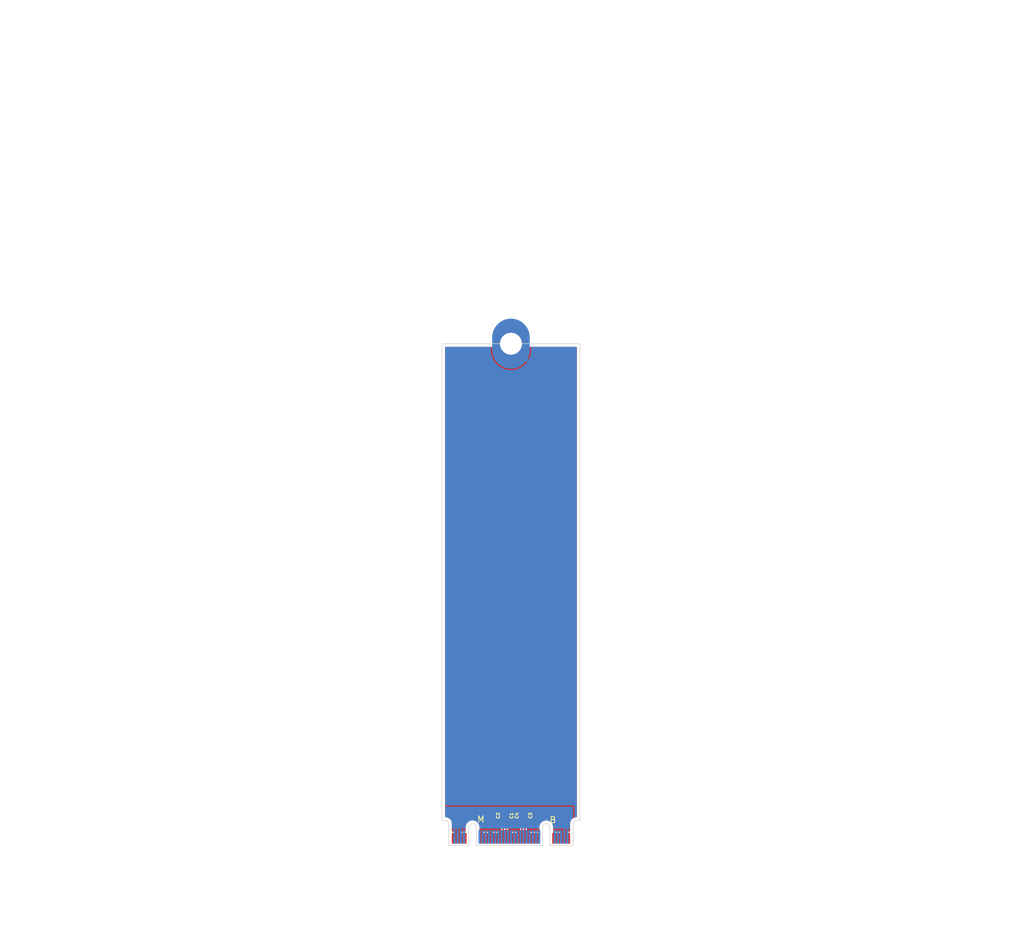
<source format=kicad_pcb>
(kicad_pcb (version 20241229) (generator "pcbnew") (generator_version "9.0")
  (layers (0 "F.Cu" signal) (2 "B.Cu" signal) (13 "F.Paste" user) (15 "B.Paste" user) (5 "F.SilkS" user "F.Silkscreen") (7 "B.SilkS" user "B.Silkscreen") (1 "F.Mask" user) (3 "B.Mask" user) (25 "Edge.Cuts" user))
  (net 0 "")
  (net 1 "/M.2 B+M Key/PET1P")
  (net 2 "/M.2 B+M Key/PET1N")
  (net 3 "/M.2 B+M Key/PET0P")
  (net 4 "/M.2 B+M Key/PET0N")
  (net 5 "/PET0+")
  (net 6 "GND")
  (net 7 "/PET0-")
  (net 8 "/PET1+")
  (net 9 "/CONFIG_3")
  (net 10 "+3.3V")
  (net 11 "/FULL_CARD_PWR_OFF#")
  (net 12 "/USB_D+")
  (net 13 "/W_DISABLE1#")
  (net 14 "/USB_D-")
  (net 15 "/GPIO_9{slash}LED#1")
  (net 16 "/GPIO_5")
  (net 17 "/CONFIG_0")
  (net 18 "/GPIO_6")
  (net 19 "/DPR")
  (net 20 "/GPIO_7")
  (net 21 "/GPIO_11")
  (net 22 "/GPIO_10")
  (net 23 "/GPIO_8")
  (net 24 "/UIM-RESET")
  (net 25 "/UIM-CLK")
  (net 26 "/UIM-DATA")
  (net 27 "/PER1-")
  (net 28 "/UIM-PWR")
  (net 29 "/PER1+")
  (net 30 "/DEVSLP")
  (net 31 "/GPIO_0")
  (net 32 "/GPIO_1")
  (net 33 "/GPIO_2")
  (net 34 "/GPIO_3")
  (net 35 "/PER0-")
  (net 36 "/GPIO_4")
  (net 37 "/PER0+")
  (net 38 "/PERST#")
  (net 39 "/CLKREQ#")
  (net 40 "/REFCLK-")
  (net 41 "/PEWAKE#")
  (net 42 "/REFCLK+")
  (net 45 "/RESET#")
  (net 46 "/SUSCLK")
  (net 47 "/CONFIG_1")
  (net 48 "/CONFIG_2")
  (net 49 "/PET1-")
  (footprint "Athena KiCAd library:M.2 Mounting Pad" (layer "F.Cu") (at 108.01 78.84)
    (property "Reference" "H1")
    (property "Value" "MountingHole_Pad")
    (pad "1" thru_hole circle (at 0 0) (size 5.5 5.5) (drill 3.5) (property pad_prop_castellated) (layers "*.Cu" "*.Mask") (net 6 "GND") (padstack (mode front_inner_back) (layer "Inner" (shape circle) (size 5.5 5.5)) (layer "B.Cu" (shape oval) (size 6 8))))
  )
  (footprint "Capacitor_SMD:C_0201_0603Metric" (layer "F.Cu") (at 109.66 154.07 90)
    (property "Reference" "C4" (at 0 -0.71 90) (layer "F.SilkS") (effects (font (size 0.5 0.5))))
    (property "Value" "220nF")
    (pad "1" smd roundrect (at -0.32 0 90) (size 0.46 0.4) (layers "F.Cu" "F.Mask") (net 1 "/M.2 B+M Key/PET1P"))
    (pad "2" smd roundrect (at 0.32 0 90) (size 0.46 0.4) (layers "F.Cu" "F.Mask") (net 8 "/PET1+"))
  )
  (footprint "Capacitor_SMD:C_0201_0603Metric" (layer "F.Cu") (at 107.36 154.07 90)
    (property "Reference" "C1" (at 0 0.73 90) (layer "F.SilkS") (effects (font (size 0.5 0.5))))
    (property "Value" "220nF")
    (pad "1" smd roundrect (at -0.32 0 90) (size 0.46 0.4) (layers "F.Cu" "F.Mask") (net 4 "/M.2 B+M Key/PET0N"))
    (pad "2" smd roundrect (at 0.32 0 90) (size 0.46 0.4) (layers "F.Cu" "F.Mask") (net 7 "/PET0-"))
  )
  (footprint "Capacitor_SMD:C_0201_0603Metric" (layer "F.Cu") (at 106.66 154.07 90)
    (property "Reference" "C2" (at 0 -0.7 90) (layer "F.SilkS") (effects (font (size 0.5 0.5))))
    (property "Value" "220nF")
    (pad "1" smd roundrect (at -0.32 0 90) (size 0.46 0.4) (layers "F.Cu" "F.Mask") (net 3 "/M.2 B+M Key/PET0P"))
    (pad "2" smd roundrect (at 0.32 0 90) (size 0.46 0.4) (layers "F.Cu" "F.Mask") (net 5 "/PET0+"))
  )
  (footprint "PCIexpress:M.2 B+M Key Connector" (layer "F.Cu") (at 108.01 157.73)
    (property "Reference" "J1")
    (property "Value" "~")
    (fp_line (start -11 -2.89) (end -10.425 -2.89) (stroke (width 0.1)) (layer "Edge.Cuts") (net 673789998))
    (fp_line (start -9.925 -2.39) (end -9.925 1.11) (stroke (width 0.1)) (layer "Edge.Cuts") (net 673789998))
    (fp_line (start -6.72 -1.79) (end -6.72 1.11) (stroke (width 0.1)) (layer "Edge.Cuts") (net 673789998))
    (fp_line (start -6.72 1.11) (end -9.925 1.11) (stroke (width 0.1)) (layer "Edge.Cuts") (net 673789998))
    (fp_line (start -5.52 -1.79) (end -5.52 1.11) (stroke (width 0.1)) (layer "Edge.Cuts") (net 673789998))
    (fp_line (start -5.52 1.11) (end 5.03 1.11) (stroke (width 0.1)) (layer "Edge.Cuts") (net 673789998))
    (fp_line (start 5.03 -1.79) (end 5.03 1.11) (stroke (width 0.1)) (layer "Edge.Cuts") (net 673789998))
    (fp_line (start 6.23 -1.79) (end 6.23 1.11) (stroke (width 0.1)) (layer "Edge.Cuts") (net 673789998))
    (fp_line (start 6.23 1.11) (end 9.925 1.11) (stroke (width 0.1)) (layer "Edge.Cuts") (net 673789998))
    (fp_line (start 9.925 -2.39) (end 9.925 1.11) (stroke (width 0.1)) (layer "Edge.Cuts") (net 673789998))
    (fp_line (start 10.425 -2.89) (end 11 -2.89) (stroke (width 0.1)) (layer "Edge.Cuts") (net 673789998))
    (fp_arc (start -10.425 -2.89) (mid -10.071447 -2.743553) (end -9.925 -2.39) (stroke (width 0.1)) (layer "Edge.Cuts") (net 673789998))
    (fp_arc (start -6.72 -1.79) (mid -6.12 -2.39) (end -5.52 -1.79) (stroke (width 0.1)) (layer "Edge.Cuts") (net 673789998))
    (fp_arc (start 5.03 -1.79) (mid 5.63 -2.39) (end 6.23 -1.79) (stroke (width 0.1)) (layer "Edge.Cuts") (net 673789998))
    (fp_arc (start 9.925 -2.39) (mid 10.071447 -2.743553) (end 10.425 -2.89) (stroke (width 0.1)) (layer "Edge.Cuts") (net 673789998))
    (fp_text user "M" (at -5.475 -2.49 0) (layer "F.SilkS") (effects (justify left bottom)))
    (fp_text user "B" (at 6.085 -2.395 0) (layer "F.SilkS") (effects (justify left bottom)))
    (pad "1" smd rect (at 9.25 -0.04 180) (size 0.35 1.7) (layers "F.Cu") (net 9 "/CONFIG_3"))
    (pad "2" smd rect (at 9 -0.29 180) (size 0.35 2.2) (layers "B.Cu") (net 10 "+3.3V"))
    (pad "3" smd rect (at 8.75 -0.04 180) (size 0.35 1.7) (layers "F.Cu") (net 6 "GND"))
    (pad "4" smd rect (at 8.5 -0.29 180) (size 0.35 2.2) (layers "B.Cu") (net 10 "+3.3V"))
    (pad "5" smd rect (at 8.25 -0.04 180) (size 0.35 1.7) (layers "F.Cu") (net 6 "GND"))
    (pad "6" smd rect (at 8 -0.29 180) (size 0.35 2.2) (layers "B.Cu") (net 11 "/FULL_CARD_PWR_OFF#"))
    (pad "7" smd rect (at 7.75 -0.04 180) (size 0.35 1.7) (layers "F.Cu") (net 12 "/USB_D+"))
    (pad "8" smd rect (at 7.5 -0.29 180) (size 0.35 2.2) (layers "B.Cu") (net 13 "/W_DISABLE1#"))
    (pad "9" smd rect (at 7.25 -0.04 180) (size 0.35 1.7) (layers "F.Cu") (net 14 "/USB_D-"))
    (pad "10" smd rect (at 7 -0.29 180) (size 0.35 2.2) (layers "B.Cu") (net 15 "/GPIO_9{slash}LED#1"))
    (pad "11" smd rect (at 6.75 -0.04 180) (size 0.35 1.7) (layers "F.Cu") (net 6 "GND"))
    (pad "20" smd rect (at 4.5 -0.29 180) (size 0.35 2.2) (layers "B.Cu") (net 16 "/GPIO_5"))
    (pad "21" smd rect (at 4.25 -0.04 180) (size 0.35 1.7) (layers "F.Cu") (net 17 "/CONFIG_0"))
    (pad "22" smd rect (at 4 -0.29 180) (size 0.35 2.2) (layers "B.Cu") (net 18 "/GPIO_6"))
    (pad "23" smd rect (at 3.75 -0.04 180) (size 0.35 1.7) (layers "F.Cu") (net 19 "/DPR"))
    (pad "24" smd rect (at 3.5 -0.29 180) (size 0.35 2.2) (layers "B.Cu") (net 20 "/GPIO_7"))
    (pad "25" smd rect (at 3.25 -0.04 180) (size 0.35 1.7) (layers "F.Cu") (net 21 "/GPIO_11"))
    (pad "26" smd rect (at 3 -0.29 180) (size 0.35 2.2) (layers "B.Cu") (net 22 "/GPIO_10"))
    (pad "27" smd rect (at 2.75 -0.04 180) (size 0.35 1.7) (layers "F.Cu") (net 6 "GND"))
    (pad "28" smd rect (at 2.5 -0.29 180) (size 0.35 2.2) (layers "B.Cu") (net 23 "/GPIO_8"))
    (pad "29" smd rect (at 2.25 -0.04 180) (size 0.35 1.7) (layers "F.Cu") (net 2 "/M.2 B+M Key/PET1N"))
    (pad "30" smd rect (at 2 -0.29 180) (size 0.35 2.2) (layers "B.Cu") (net 24 "/UIM-RESET"))
    (pad "31" smd rect (at 1.75 -0.04 180) (size 0.35 1.7) (layers "F.Cu") (net 1 "/M.2 B+M Key/PET1P"))
    (pad "32" smd rect (at 1.5 -0.29 180) (size 0.35 2.2) (layers "B.Cu") (net 25 "/UIM-CLK"))
    (pad "33" smd rect (at 1.25 -0.04 180) (size 0.35 1.7) (layers "F.Cu") (net 6 "GND"))
    (pad "34" smd rect (at 1 -0.29 180) (size 0.35 2.2) (layers "B.Cu") (net 26 "/UIM-DATA"))
    (pad "35" smd rect (at 0.75 -0.04 180) (size 0.35 1.7) (layers "F.Cu") (net 27 "/PER1-"))
    (pad "36" smd rect (at 0.5 -0.29 180) (size 0.35 2.2) (layers "B.Cu") (net 28 "/UIM-PWR"))
    (pad "37" smd rect (at 0.25 -0.04 180) (size 0.35 1.7) (layers "F.Cu") (net 29 "/PER1+"))
    (pad "38" smd rect (at 0 -0.29 180) (size 0.35 2.2) (layers "B.Cu") (net 30 "/DEVSLP"))
    (pad "39" smd rect (at -0.25 -0.04 180) (size 0.35 1.7) (layers "F.Cu") (net 6 "GND"))
    (pad "40" smd rect (at -0.5 -0.29 180) (size 0.35 2.2) (layers "B.Cu") (net 31 "/GPIO_0"))
    (pad "41" smd rect (at -0.75 -0.04 180) (size 0.35 1.7) (layers "F.Cu") (net 4 "/M.2 B+M Key/PET0N"))
    (pad "42" smd rect (at -1 -0.29 180) (size 0.35 2.2) (layers "B.Cu") (net 32 "/GPIO_1"))
    (pad "43" smd rect (at -1.25 -0.04 180) (size 0.35 1.7) (layers "F.Cu") (net 3 "/M.2 B+M Key/PET0P"))
    (pad "44" smd rect (at -1.5 -0.29 180) (size 0.35 2.2) (layers "B.Cu") (net 33 "/GPIO_2"))
    (pad "45" smd rect (at -1.75 -0.04 180) (size 0.35 1.7) (layers "F.Cu") (net 6 "GND"))
    (pad "46" smd rect (at -2 -0.29 180) (size 0.35 2.2) (layers "B.Cu") (net 34 "/GPIO_3"))
    (pad "47" smd rect (at -2.25 -0.04 180) (size 0.35 1.7) (layers "F.Cu") (net 35 "/PER0-"))
    (pad "48" smd rect (at -2.5 -0.29 180) (size 0.35 2.2) (layers "B.Cu") (net 36 "/GPIO_4"))
    (pad "49" smd rect (at -2.75 -0.04 180) (size 0.35 1.7) (layers "F.Cu") (net 37 "/PER0+"))
    (pad "50" smd rect (at -3 -0.29 180) (size 0.35 2.2) (layers "B.Cu") (net 38 "/PERST#"))
    (pad "51" smd rect (at -3.25 -0.04 180) (size 0.35 1.7) (layers "F.Cu") (net 6 "GND"))
    (pad "52" smd rect (at -3.5 -0.29 180) (size 0.35 2.2) (layers "B.Cu") (net 39 "/CLKREQ#"))
    (pad "53" smd rect (at -3.75 -0.04 180) (size 0.35 1.7) (layers "F.Cu") (net 40 "/REFCLK-"))
    (pad "54" smd rect (at -4 -0.29 180) (size 0.35 2.2) (layers "B.Cu") (net 41 "/PEWAKE#"))
    (pad "55" smd rect (at -4.25 -0.04 180) (size 0.35 1.7) (layers "F.Cu") (net 42 "/REFCLK+"))
    (pad "56" smd rect (at -4.5 -0.29 180) (size 0.35 2.2) (layers "B.Cu"))
    (pad "57" smd rect (at -4.75 -0.04 180) (size 0.35 1.7) (layers "F.Cu") (net 6 "GND"))
    (pad "58" smd rect (at -5 -0.29 180) (size 0.35 2.2) (layers "B.Cu"))
    (pad "67" smd rect (at -7.25 -0.04 180) (size 0.35 1.7) (layers "F.Cu") (net 45 "/RESET#"))
    (pad "68" smd rect (at -7.5 -0.29 180) (size 0.35 2.2) (layers "B.Cu") (net 46 "/SUSCLK"))
    (pad "69" smd rect (at -7.75 -0.04 180) (size 0.35 1.7) (layers "F.Cu") (net 47 "/CONFIG_1"))
    (pad "70" smd rect (at -8 -0.29 180) (size 0.35 2.2) (layers "B.Cu") (net 10 "+3.3V"))
    (pad "71" smd rect (at -8.25 -0.04 180) (size 0.35 1.7) (layers "F.Cu") (net 6 "GND"))
    (pad "72" smd rect (at -8.5 -0.29 180) (size 0.35 2.2) (layers "B.Cu") (net 10 "+3.3V"))
    (pad "73" smd rect (at -8.75 -0.04 180) (size 0.35 1.7) (layers "F.Cu") (net 6 "GND"))
    (pad "74" smd rect (at -9 -0.29 180) (size 0.35 2.2) (layers "B.Cu") (net 10 "+3.3V"))
    (pad "75" smd rect (at -9.25 -0.04 180) (size 0.35 1.7) (layers "F.Cu") (net 48 "/CONFIG_2"))
  )
  (footprint "Capacitor_SMD:C_0201_0603Metric" (layer "F.Cu") (at 110.36 154.07 90)
    (property "Reference" "C3" (at 0 0.75 90) (layer "F.SilkS") (effects (font (size 0.5 0.5))))
    (property "Value" "220nF")
    (pad "1" smd roundrect (at -0.32 0 90) (size 0.46 0.4) (layers "F.Cu" "F.Mask") (net 2 "/M.2 B+M Key/PET1N"))
    (pad "2" smd roundrect (at 0.32 0 90) (size 0.46 0.4) (layers "F.Cu" "F.Mask") (net 49 "/PET1-"))
  )
  (gr_line (start 119.01 154.84) (end 119.01 78.84) (stroke (width 0.1)) (layer "Edge.Cuts"))
  (gr_line (start 119.01 78.84) (end 97.01 78.84) (stroke (width 0.1)) (layer "Edge.Cuts"))
  (gr_line (start 97.01 78.84) (end 97.01 154.84) (stroke (width 0.1)) (layer "Edge.Cuts"))
  (segment (start 109.66 154.735001) (end 109.66 154.39) (width 0.2) (layer "F.Cu") (net 1))
  (segment (start 109.76 156.414999) (end 109.785 156.389999) (width 0.2) (layer "F.Cu") (net 1))
  (segment (start 109.76 157.69) (end 109.76 156.414999) (width 0.2) (layer "F.Cu") (net 1))
  (segment (start 109.785 156.389999) (end 109.785 154.860001) (width 0.2) (layer "F.Cu") (net 1))
  (segment (start 109.785 154.860001) (end 109.66 154.735001) (width 0.2) (layer "F.Cu") (net 1))
  (segment (start 110.36 154.735001) (end 110.36 154.39) (width 0.2) (layer "F.Cu") (net 2))
  (segment (start 110.235 154.860001) (end 110.36 154.735001) (width 0.2) (layer "F.Cu") (net 2))
  (segment (start 110.235 156.389999) (end 110.235 154.860001) (width 0.2) (layer "F.Cu") (net 2))
  (segment (start 110.26 156.414999) (end 110.235 156.389999) (width 0.2) (layer "F.Cu") (net 2))
  (segment (start 110.26 157.69) (end 110.26 156.414999) (width 0.2) (layer "F.Cu") (net 2))
  (segment (start 106.785 156.389999) (end 106.785 154.860001) (width 0.2) (layer "F.Cu") (net 3))
  (segment (start 106.785 154.860001) (end 106.66 154.735001) (width 0.2) (layer "F.Cu") (net 3))
  (segment (start 106.76 157.69) (end 106.76 156.414999) (width 0.2) (layer "F.Cu") (net 3))
  (segment (start 106.76 156.414999) (end 106.785 156.389999) (width 0.2) (layer "F.Cu") (net 3))
  (segment (start 106.66 154.735001) (end 106.66 154.39) (width 0.2) (layer "F.Cu") (net 3))
  (segment (start 107.26 156.414999) (end 107.235 156.389999) (width 0.2) (layer "F.Cu") (net 4))
  (segment (start 107.235 156.389999) (end 107.235 154.860001) (width 0.2) (layer "F.Cu") (net 4))
  (segment (start 107.235 154.860001) (end 107.36 154.735001) (width 0.2) (layer "F.Cu") (net 4))
  (segment (start 107.26 157.69) (end 107.26 156.414999) (width 0.2) (layer "F.Cu") (net 4))
  (segment (start 107.36 154.735001) (end 107.36 154.39) (width 0.2) (layer "F.Cu") (net 4))
  (zone (net 6) (net_name "GND") (layers "F.Cu" "B.Cu") (connect_pads (clearance 0.2)) (min_thickness 0.15) (fill yes (thermal_gap 0.2) (thermal_bridge_width 0.5))
    (polygon (pts (xy 123.01 157.23) (xy 123.01 48.84) (xy 93.01 48.84) (xy 93.01 157.23)))
  )
  (zone (net 10) (net_name "+3.3V") (layer "B.Cu") (priority 1) (connect_pads (clearance 0.2)) (min_thickness 0.1) (fill yes (thermal_gap 0.2) (thermal_bridge_width 0.25))
    (polygon (pts (xy 117.93 157.02) (xy 117.93 152.655) (xy 117.915 152.64) (xy 97.46 152.64) (xy 97.46 157.27) (xy 117.68 157.27)))
  )
)
</source>
